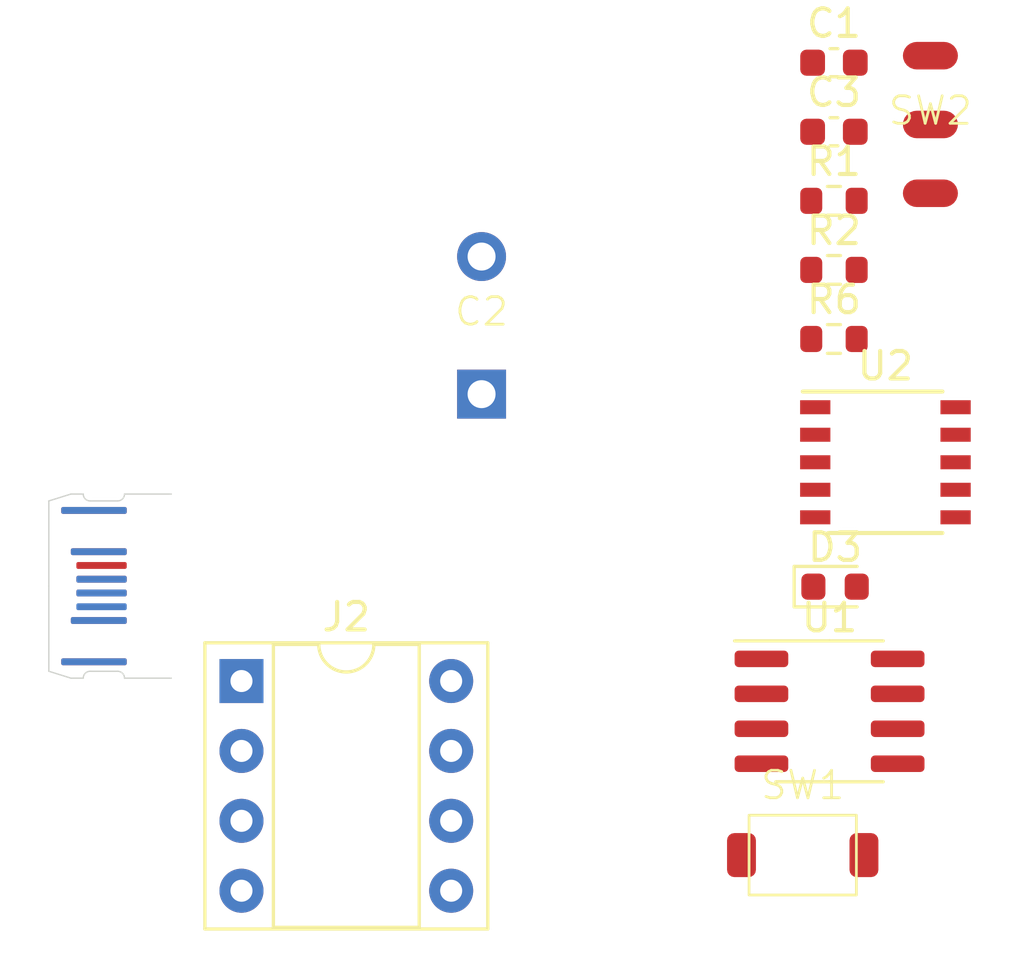
<source format=kicad_pcb>
(kicad_pcb (version 20221018) (generator pcbnew)
  (layers (0 "F.Cu" signal) (31 "B.Cu" signal) (34 "B.Paste" user) (35 "F.Paste" user) (36 "B.SilkS" user "B.Silkscreen") (37 "F.SilkS" user "F.Silkscreen") (38 "B.Mask" user) (39 "F.Mask" user) (44 "Edge.Cuts" user))
  (net 0 "")
  (net 1 "VCC")
  (net 2 "GND")
  (net 3 "/Vedlc")
  (net 4 "Net-(U2-V3)")
  (net 5 "Net-(D3-K)")
  (net 6 "PA3")
  (net 7 "D+")
  (net 8 "D-")
  (net 9 "Net-(J1-CC1)")
  (net 10 "Net-(J1-CC2)")
  (net 11 "PA6")
  (net 12 "PA7")
  (net 13 "PA1")
  (net 14 "PA2")
  (net 15 "UPDI")
  (footprint "Package_SO:SSOP-10_3.9x4.9mm_P1.00mm" (layer "F.Cu") (at 152.7 109.5)
    (fp_text reference "U2" (at 0 -3.5) (layer "F.SilkS"))
    (fp_text value "CH340K")
    (fp_line (start -3 -2.57) (end 2.07 -2.57) (stroke (width 0.15)) (layer "F.SilkS"))
    (fp_line (start -2.07 2.57) (end 2.07 2.57) (stroke (width 0.15)) (layer "F.SilkS"))
    (pad "1" smd rect (at -2.55 -2) (size 1.1 0.51) (layers "F.Cu" "F.Paste" "F.Mask") (net 7 "D+"))
    (pad "2" smd rect (at -2.55 -1) (size 1.1 0.51) (layers "F.Cu" "F.Paste" "F.Mask") (net 8 "D-"))
    (pad "3" smd rect (at -2.55 0) (size 1.1 0.51) (layers "F.Cu" "F.Paste" "F.Mask") (net 2 "GND"))
    (pad "4" smd rect (at -2.55 1) (size 1.1 0.51) (layers "F.Cu" "F.Paste" "F.Mask"))
    (pad "5" smd rect (at -2.55 2) (size 1.1 0.51) (layers "F.Cu" "F.Paste" "F.Mask"))
    (pad "6" smd rect (at 2.55 2) (size 1.1 0.51) (layers "F.Cu" "F.Paste" "F.Mask"))
    (pad "7" smd rect (at 2.55 1) (size 1.1 0.51) (layers "F.Cu" "F.Paste" "F.Mask") (net 1 "VCC"))
    (pad "8" smd rect (at 2.55 0) (size 1.1 0.51) (layers "F.Cu" "F.Paste" "F.Mask") (net 15 "UPDI"))
    (pad "9" smd rect (at 2.55 -1) (size 1.1 0.51) (layers "F.Cu" "F.Paste" "F.Mask") (net 15 "UPDI"))
    (pad "10" smd rect (at 2.55 -2) (size 1.1 0.51) (layers "F.Cu" "F.Paste" "F.Mask") (net 4 "Net-(U2-V3)"))
  )
  (footprint "Library:edlc" (layer "F.Cu") (at 138.025 104.525)
    (fp_text reference "C2" (at 0 -0.5 unlocked) (layer "F.SilkS") (effects (font (thickness 0.1))))
    (fp_text value "1F5")
    (pad "1" thru_hole circle (at 0 -2.5) (size 1.778 1.778) (drill 1.016) (layers "*.Cu" "*.Mask") (net 3 "/Vedlc"))
    (pad "2" thru_hole rect (at 0 2.5) (size 1.778 1.778) (drill 1.016) (layers "*.Cu" "*.Mask") (net 2 "GND"))
  )
  (footprint "Capacitor_SMD:C_0603_1608Metric" (layer "F.Cu") (at 150.83 94.98)
    (fp_text reference "C1" (at 0 -1.43) (layer "F.SilkS"))
    (fp_text value "4u7")
    (fp_line (start -0.14058 -0.51) (end 0.14058 -0.51) (stroke (width 0.12)) (layer "F.SilkS"))
    (fp_line (start -0.14058 0.51) (end 0.14058 0.51) (stroke (width 0.12)) (layer "F.SilkS"))
    (pad "1" smd roundrect (at -0.775 0) (size 0.9 0.95) (layers "F.Cu" "F.Paste" "F.Mask") (net 1 "VCC"))
    (pad "2" smd roundrect (at 0.775 0) (size 0.9 0.95) (layers "F.Cu" "F.Paste" "F.Mask") (net 2 "GND"))
  )
  (footprint "Library:sw_push_smd" (layer "F.Cu") (at 149.695 123.775)
    (fp_text reference "SW1" (at 0 -2.54 unlocked) (layer "F.SilkS") (effects (font (thickness 0.1))))
    (fp_text value "SW_Push")
    (fp_rect (start -1.95 -1.45) (end 1.95 1.45) (stroke (width 0.1)) (fill none) (layer "F.SilkS"))
    (pad "" np_thru_hole circle (at 0 -0.9) (size 0.75 0.75) (drill 0.75) (layers "F&B.Cu" "*.Mask"))
    (pad "" np_thru_hole circle (at 0 0.9) (size 0.75 0.75) (drill 0.75) (layers "F&B.Cu" "*.Mask"))
    (pad "1" smd roundrect (at 2.225 0) (size 1.05 1.6) (layers "F.Cu" "F.Paste" "F.Mask") (net 2 "GND"))
    (pad "2" smd roundrect (at -2.225 0) (size 1.05 1.6) (layers "F.Cu" "F.Paste" "F.Mask") (net 12 "PA7"))
  )
  (footprint "Resistor_SMD:R_0603_1608Metric" (layer "F.Cu") (at 150.83 102.51)
    (fp_text reference "R2" (at 0 -1.43) (layer "F.SilkS"))
    (fp_text value "5k1")
    (fp_line (start -0.237258 -0.5225) (end 0.237258 -0.5225) (stroke (width 0.12)) (layer "F.SilkS"))
    (fp_line (start -0.237258 0.5225) (end 0.237258 0.5225) (stroke (width 0.12)) (layer "F.SilkS"))
    (pad "1" smd roundrect (at -0.825 0) (size 0.8 0.95) (layers "F.Cu" "F.Paste" "F.Mask") (net 9 "Net-(J1-CC1)"))
    (pad "2" smd roundrect (at 0.825 0) (size 0.8 0.95) (layers "F.Cu" "F.Paste" "F.Mask") (net 2 "GND"))
  )
  (footprint "LED_SMD:LED_0603_1608Metric" (layer "F.Cu") (at 150.87 114.02)
    (fp_text reference "D3" (at 0 -1.43) (layer "F.SilkS"))
    (fp_text value "LED")
    (fp_line (start -1.485 -0.735) (end -1.485 0.735) (stroke (width 0.12)) (layer "F.SilkS"))
    (fp_line (start -1.485 0.735) (end 0.8 0.735) (stroke (width 0.12)) (layer "F.SilkS"))
    (fp_line (start 0.8 -0.735) (end -1.485 -0.735) (stroke (width 0.12)) (layer "F.SilkS"))
    (pad "1" smd roundrect (at -0.7875 0) (size 0.875 0.95) (layers "F.Cu" "F.Paste" "F.Mask") (net 5 "Net-(D3-K)"))
    (pad "2" smd roundrect (at 0.7875 0) (size 0.875 0.95) (layers "F.Cu" "F.Paste" "F.Mask") (net 6 "PA3"))
  )
  (footprint "Package_SO:SOIC-8_3.9x4.9mm_P1.27mm" (layer "F.Cu") (at 150.67 118.55)
    (fp_text reference "U1" (at 0 -3.4) (layer "F.SilkS"))
    (fp_text value "ATtiny202-SS")
    (fp_line (start 0 -2.56) (end -3.45 -2.56) (stroke (width 0.12)) (layer "F.SilkS"))
    (fp_line (start 0 -2.56) (end 1.95 -2.56) (stroke (width 0.12)) (layer "F.SilkS"))
    (fp_line (start 0 2.56) (end -1.95 2.56) (stroke (width 0.12)) (layer "F.SilkS"))
    (fp_line (start 0 2.56) (end 1.95 2.56) (stroke (width 0.12)) (layer "F.SilkS"))
    (pad "1" smd roundrect (at -2.475 -1.905) (size 1.95 0.6) (layers "F.Cu" "F.Paste" "F.Mask") (net 1 "VCC"))
    (pad "2" smd roundrect (at -2.475 -0.635) (size 1.95 0.6) (layers "F.Cu" "F.Paste" "F.Mask") (net 11 "PA6"))
    (pad "3" smd roundrect (at -2.475 0.635) (size 1.95 0.6) (layers "F.Cu" "F.Paste" "F.Mask") (net 12 "PA7"))
    (pad "4" smd roundrect (at -2.475 1.905) (size 1.95 0.6) (layers "F.Cu" "F.Paste" "F.Mask") (net 13 "PA1"))
    (pad "5" smd roundrect (at 2.475 1.905) (size 1.95 0.6) (layers "F.Cu" "F.Paste" "F.Mask") (net 14 "PA2"))
    (pad "6" smd roundrect (at 2.475 0.635) (size 1.95 0.6) (layers "F.Cu" "F.Paste" "F.Mask") (net 15 "UPDI"))
    (pad "7" smd roundrect (at 2.475 -0.635) (size 1.95 0.6) (layers "F.Cu" "F.Paste" "F.Mask") (net 6 "PA3"))
    (pad "8" smd roundrect (at 2.475 -1.905) (size 1.95 0.6) (layers "F.Cu" "F.Paste" "F.Mask") (net 2 "GND"))
  )
  (footprint "Capacitor_SMD:C_0603_1608Metric" (layer "F.Cu") (at 150.83 97.49)
    (fp_text reference "C3" (at 0 -1.43) (layer "F.SilkS"))
    (fp_text value "0u1")
    (fp_line (start -0.14058 -0.51) (end 0.14058 -0.51) (stroke (width 0.12)) (layer "F.SilkS"))
    (fp_line (start -0.14058 0.51) (end 0.14058 0.51) (stroke (width 0.12)) (layer "F.SilkS"))
    (pad "1" smd roundrect (at -0.775 0) (size 0.9 0.95) (layers "F.Cu" "F.Paste" "F.Mask") (net 4 "Net-(U2-V3)"))
    (pad "2" smd roundrect (at 0.775 0) (size 0.9 0.95) (layers "F.Cu" "F.Paste" "F.Mask") (net 2 "GND"))
  )
  (footprint "Library:USB-C" (layer "F.Cu") (at 126.75 114 180)
    (fp_text reference "J1" hide)
    (fp_text value "USB-C" hide)
    (fp_line (start 0 -3.345) (end 1.7 -3.345) (stroke (width 0.05)) (layer "Edge.Cuts"))
    (fp_line (start 0 3.345) (end 1.7 3.345) (stroke (width 0.05)) (layer "Edge.Cuts"))
    (fp_line (start 1.95 -3.095) (end 2.95 -3.095) (stroke (width 0.05)) (layer "Edge.Cuts"))
    (fp_line (start 1.95 3.095) (end 2.95 3.095) (stroke (width 0.05)) (layer "Edge.Cuts"))
    (fp_line (start 3.2 -3.345) (end 3.65 -3.345) (stroke (width 0.05)) (layer "Edge.Cuts"))
    (fp_line (start 3.2 3.345) (end 3.65 3.345) (stroke (width 0.05)) (layer "Edge.Cuts"))
    (fp_line (start 3.65 -3.345) (end 4.45 -3.095) (stroke (width 0.05)) (layer "Edge.Cuts"))
    (fp_line (start 3.65 3.345) (end 4.45 3.095) (stroke (width 0.05)) (layer "Edge.Cuts"))
    (fp_line (start 4.45 -3.095) (end 4.45 0) (stroke (width 0.05)) (layer "Edge.Cuts"))
    (fp_line (start 4.45 3.095) (end 4.45 0) (stroke (width 0.05)) (layer "Edge.Cuts"))
    (fp_arc (start 1.7 3.345) (mid 1.773223 3.168223) (end 1.95 3.095) (stroke (width 0.05)) (layer "Edge.Cuts"))
    (fp_arc (start 1.95 -3.095) (mid 1.773223 -3.168223) (end 1.7 -3.345) (stroke (width 0.05)) (layer "Edge.Cuts"))
    (fp_arc (start 2.95 3.095) (mid 3.126777 3.168223) (end 3.2 3.345) (stroke (width 0.05)) (layer "Edge.Cuts"))
    (fp_arc (start 3.2 -3.345) (mid 3.126777 -3.168223) (end 2.95 -3.095) (stroke (width 0.05)) (layer "Edge.Cuts"))
    (pad "1" smd roundrect (at 2.81 -2.75 180) (size 2.38 0.25) (layers "F.Cu" "F.Paste" "F.Mask") (net 2 "GND"))
    (pad "1" smd roundrect (at 2.81 -2.75 180) (size 2.38 0.25) (layers "B.Cu" "B.Paste" "B.Mask") (net 2 "GND"))
    (pad "1" smd roundrect (at 2.81 2.75 180) (size 2.38 0.25) (layers "F.Cu" "F.Paste" "F.Mask") (net 2 "GND"))
    (pad "1" smd roundrect (at 2.81 2.75 180) (size 2.38 0.25) (layers "B.Cu" "B.Paste" "B.Mask") (net 2 "GND"))
    (pad "2" smd roundrect (at 2.535 -0.25 180) (size 1.83 0.25) (layers "B.Cu" "B.Paste" "B.Mask") (net 7 "D+"))
    (pad "2" smd roundrect (at 2.535 0.25 180) (size 1.83 0.25) (layers "F.Cu" "F.Paste" "F.Mask") (net 7 "D+"))
    (pad "3" smd roundrect (at 2.535 -0.25 180) (size 1.83 0.25) (layers "F.Cu" "F.Paste" "F.Mask") (net 8 "D-"))
    (pad "3" smd roundrect (at 2.535 0.25 180) (size 1.83 0.25) (layers "B.Cu" "B.Paste" "B.Mask") (net 8 "D-"))
    (pad "4" smd roundrect (at 2.635 -1.25 180) (size 2.03 0.25) (layers "F.Cu" "F.Paste" "F.Mask") (net 1 "VCC"))
    (pad "4" smd roundrect (at 2.635 -1.25 180) (size 2.03 0.25) (layers "B.Cu" "B.Paste" "B.Mask") (net 1 "VCC"))
    (pad "4" smd roundrect (at 2.635 1.25 180) (size 2.03 0.25) (layers "F.Cu" "F.Paste" "F.Mask") (net 1 "VCC"))
    (pad "4" smd roundrect (at 2.635 1.25 180) (size 2.03 0.25) (layers "B.Cu" "B.Paste" "B.Mask") (net 1 "VCC"))
    (pad "5" smd roundrect (at 2.535 0.75 180) (size 1.83 0.25) (layers "F.Cu" "F.Paste" "F.Mask") (net 9 "Net-(J1-CC1)"))
    (pad "6" smd roundrect (at 2.535 -0.75 180) (size 1.83 0.25) (layers "B.Cu" "B.Paste" "B.Mask") (net 10 "Net-(J1-CC2)"))
  )
  (footprint "Library:sw" (layer "F.Cu") (at 154.335 97.225)
    (fp_text reference "SW2" (at 0 -0.5 unlocked) (layer "F.SilkS") (effects (font (thickness 0.1))))
    (fp_text value "SW_SPDT")
    (pad "1" smd roundrect (at 0 -2.5) (size 2 1) (layers "F.Cu" "F.Paste" "F.Mask") (roundrect_rratio 0.5) (net 1 "VCC"))
    (pad "2" smd roundrect (at 0 0) (size 2 1) (layers "F.Cu" "F.Paste" "F.Mask") (roundrect_rratio 0.5) (net 1 "VCC"))
    (pad "3" smd roundrect (at 0 2.5) (size 2 1) (layers "F.Cu" "F.Paste" "F.Mask") (roundrect_rratio 0.5) (net 3 "/Vedlc"))
  )
  (footprint "Package_DIP:DIP-8_W7.62mm_Socket" (layer "F.Cu") (at 129.3 117.45)
    (fp_text reference "J2" (at 3.81 -2.33) (layer "F.SilkS"))
    (fp_text value "OUT")
    (fp_line (start -1.33 -1.39) (end -1.33 9.01) (stroke (width 0.12)) (layer "F.SilkS"))
    (fp_line (start -1.33 9.01) (end 8.95 9.01) (stroke (width 0.12)) (layer "F.SilkS"))
    (fp_line (start 1.16 -1.33) (end 1.16 8.95) (stroke (width 0.12)) (layer "F.SilkS"))
    (fp_line (start 1.16 8.95) (end 6.46 8.95) (stroke (width 0.12)) (layer "F.SilkS"))
    (fp_line (start 2.81 -1.33) (end 1.16 -1.33) (stroke (width 0.12)) (layer "F.SilkS"))
    (fp_line (start 6.46 -1.33) (end 4.81 -1.33) (stroke (width 0.12)) (layer "F.SilkS"))
    (fp_line (start 6.46 8.95) (end 6.46 -1.33) (stroke (width 0.12)) (layer "F.SilkS"))
    (fp_line (start 8.95 -1.39) (end -1.33 -1.39) (stroke (width 0.12)) (layer "F.SilkS"))
    (fp_line (start 8.95 9.01) (end 8.95 -1.39) (stroke (width 0.12)) (layer "F.SilkS"))
    (fp_arc (start 4.81 -1.33) (mid 3.81 -0.33) (end 2.81 -1.33) (stroke (width 0.12)) (layer "F.SilkS"))
    (pad "1" thru_hole rect (at 0 0) (size 1.6 1.6) (drill 0.8) (layers "*.Cu" "*.Mask") (net 1 "VCC"))
    (pad "2" thru_hole oval (at 0 2.54) (size 1.6 1.6) (drill 0.8) (layers "*.Cu" "*.Mask") (net 11 "PA6"))
    (pad "3" thru_hole oval (at 0 5.08) (size 1.6 1.6) (drill 0.8) (layers "*.Cu" "*.Mask") (net 12 "PA7"))
    (pad "4" thru_hole oval (at 0 7.62) (size 1.6 1.6) (drill 0.8) (layers "*.Cu" "*.Mask") (net 13 "PA1"))
    (pad "5" thru_hole oval (at 7.62 7.62) (size 1.6 1.6) (drill 0.8) (layers "*.Cu" "*.Mask") (net 14 "PA2"))
    (pad "6" thru_hole oval (at 7.62 5.08) (size 1.6 1.6) (drill 0.8) (layers "*.Cu" "*.Mask") (net 15 "UPDI"))
    (pad "7" thru_hole oval (at 7.62 2.54) (size 1.6 1.6) (drill 0.8) (layers "*.Cu" "*.Mask") (net 6 "PA3"))
    (pad "8" thru_hole oval (at 7.62 0) (size 1.6 1.6) (drill 0.8) (layers "*.Cu" "*.Mask") (net 2 "GND"))
  )
  (footprint "Resistor_SMD:R_0603_1608Metric" (layer "F.Cu") (at 150.83 105.02)
    (fp_text reference "R6" (at 0 -1.43) (layer "F.SilkS"))
    (fp_text value "10k")
    (fp_line (start -0.237258 -0.5225) (end 0.237258 -0.5225) (stroke (width 0.12)) (layer "F.SilkS"))
    (fp_line (start -0.237258 0.5225) (end 0.237258 0.5225) (stroke (width 0.12)) (layer "F.SilkS"))
    (pad "1" smd roundrect (at -0.825 0) (size 0.8 0.95) (layers "F.Cu" "F.Paste" "F.Mask") (net 5 "Net-(D3-K)"))
    (pad "2" smd roundrect (at 0.825 0) (size 0.8 0.95) (layers "F.Cu" "F.Paste" "F.Mask") (net 2 "GND"))
  )
  (footprint "Resistor_SMD:R_0603_1608Metric" (layer "F.Cu") (at 150.83 100)
    (fp_text reference "R1" (at 0 -1.43) (layer "F.SilkS"))
    (fp_text value "5k1")
    (fp_line (start -0.237258 -0.5225) (end 0.237258 -0.5225) (stroke (width 0.12)) (layer "F.SilkS"))
    (fp_line (start -0.237258 0.5225) (end 0.237258 0.5225) (stroke (width 0.12)) (layer "F.SilkS"))
    (pad "1" smd roundrect (at -0.825 0) (size 0.8 0.95) (layers "F.Cu" "F.Paste" "F.Mask") (net 10 "Net-(J1-CC2)"))
    (pad "2" smd roundrect (at 0.825 0) (size 0.8 0.95) (layers "F.Cu" "F.Paste" "F.Mask") (net 2 "GND"))
  )
)
</source>
